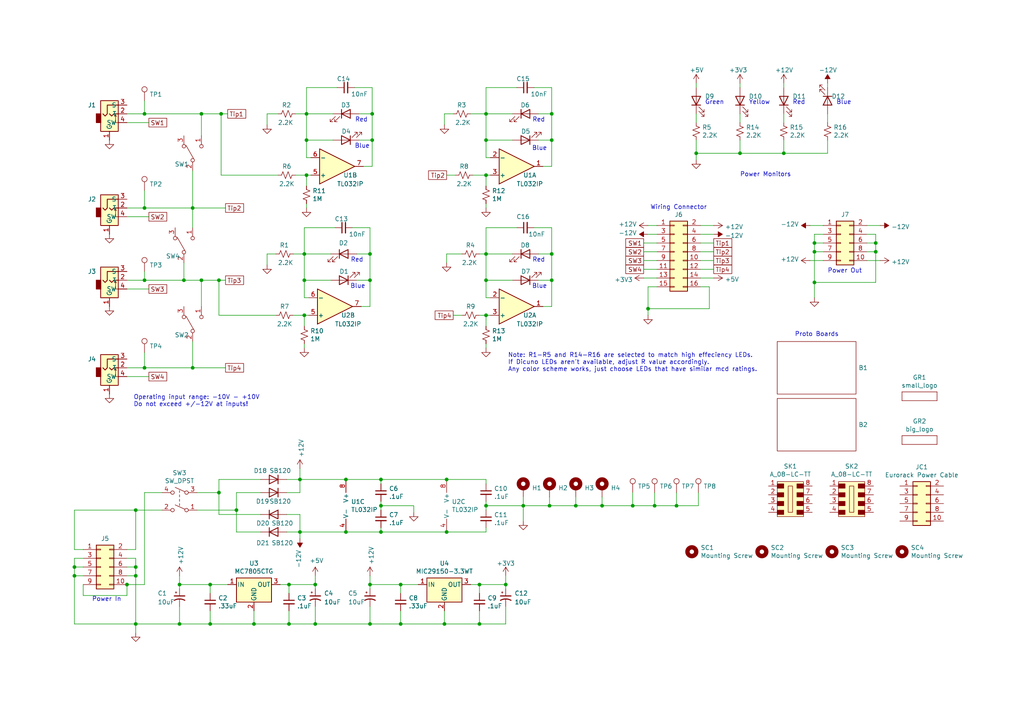
<source format=kicad_sch>
(kicad_sch (version 20211123) (generator eeschema)
  (paper "A4")
  (title_block (title "PBJ EU") (rev "5.2") (company "Greenface Labs"))
  (junction (at 63.5 81.28))
  (junction (at 110.49 139.065))
  (junction (at 88.265 73.66))
  (junction (at 58.42 81.28))
  (junction (at 254 73.025))
  (junction (at 227.33 44.45))
  (junction (at 21.59 167.005))
  (junction (at 36.83 169.545))
  (junction (at 236.22 81.915))
  (junction (at 83.82 180.975))
  (junction (at 140.97 50.8))
  (junction (at 236.22 70.485))
  (junction (at 140.97 33.02))
  (junction (at 41.91 60.325))
  (junction (at 140.97 81.28))
  (junction (at 116.205 169.545))
  (junction (at 100.33 154.305))
  (junction (at 236.22 73.025))
  (junction (at 107.315 169.545))
  (junction (at 189.865 146.685))
  (junction (at 160.02 33.02))
  (junction (at 100.33 139.065))
  (junction (at 60.96 169.545))
  (junction (at 39.37 180.975))
  (junction (at 128.905 180.975))
  (junction (at 140.97 91.44))
  (junction (at 39.37 147.955))
  (junction (at 91.44 180.975))
  (junction (at 91.44 169.545))
  (junction (at 151.765 146.685))
  (junction (at 88.9 50.8))
  (junction (at 110.49 146.685))
  (junction (at 159.385 146.685))
  (junction (at 55.88 60.325))
  (junction (at 140.97 146.685))
  (junction (at 86.995 139.065))
  (junction (at 201.93 44.45))
  (junction (at 52.07 180.975))
  (junction (at 52.07 169.545))
  (junction (at 107.95 40.64))
  (junction (at 160.02 81.28))
  (junction (at 41.91 106.68))
  (junction (at 88.265 81.28))
  (junction (at 86.995 154.305))
  (junction (at 73.66 180.975))
  (junction (at 146.685 169.545))
  (junction (at 88.9 33.02))
  (junction (at 160.02 73.66))
  (junction (at 196.215 146.685))
  (junction (at 116.205 180.975))
  (junction (at 107.95 33.02))
  (junction (at 88.9 40.64))
  (junction (at 129.54 154.305))
  (junction (at 140.97 73.66))
  (junction (at 107.315 180.975))
  (junction (at 58.42 33.02))
  (junction (at 60.96 180.975))
  (junction (at 139.065 180.975))
  (junction (at 41.91 33.02))
  (junction (at 174.625 146.685))
  (junction (at 55.88 106.68))
  (junction (at 139.065 169.545))
  (junction (at 187.96 89.535))
  (junction (at 167.005 146.685))
  (junction (at 160.02 40.64))
  (junction (at 129.54 139.065))
  (junction (at 107.315 81.28))
  (junction (at 63.5 142.875))
  (junction (at 64.135 33.02))
  (junction (at 214.63 44.45))
  (junction (at 254 70.485))
  (junction (at 53.34 81.28))
  (junction (at 39.37 167.005))
  (junction (at 39.37 164.465))
  (junction (at 110.49 154.305))
  (junction (at 140.97 40.64))
  (junction (at 68.58 147.955))
  (junction (at 41.91 81.28))
  (junction (at 107.315 73.66))
  (junction (at 183.515 146.685))
  (junction (at 83.82 169.545))
  (junction (at 21.59 164.465))
  (junction (at 88.265 91.44))
  (wire (pts (xy 139.065 172.085) (xy 139.065 169.545)))
  (wire (pts (xy 236.22 67.945) (xy 236.22 70.485)))
  (wire (pts (xy 80.645 33.02) (xy 77.47 33.02)))
  (wire (pts (xy 60.96 169.545) (xy 66.04 169.545)))
  (wire (pts (xy 151.765 144.145) (xy 151.765 146.685)))
  (wire (pts (xy 128.905 180.975) (xy 139.065 180.975)))
  (wire (pts (xy 58.42 81.28) (xy 58.42 88.9)))
  (wire (pts (xy 73.66 180.975) (xy 73.66 177.165)))
  (wire (pts (xy 202.565 142.875) (xy 202.565 146.685)))
  (wire (pts (xy 107.315 73.66) (xy 107.315 81.28)))
  (wire (pts (xy 148.59 73.66) (xy 140.97 73.66)))
  (wire (pts (xy 201.93 25.4) (xy 201.93 24.13)))
  (wire (pts (xy 100.33 154.305) (xy 110.49 154.305)))
  (wire (pts (xy 90.17 45.72) (xy 88.9 45.72)))
  (wire (pts (xy 57.15 142.875) (xy 63.5 142.875)))
  (wire (pts (xy 236.22 70.485) (xy 236.22 73.025)))
  (wire (pts (xy 159.385 146.685) (xy 167.005 146.685)))
  (wire (pts (xy 85.725 33.02) (xy 88.9 33.02)))
  (wire (pts (xy 254 70.485) (xy 254 73.025)))
  (wire (pts (xy 21.59 164.465) (xy 21.59 167.005)))
  (wire (pts (xy 88.9 33.02) (xy 88.9 40.64)))
  (wire (pts (xy 64.135 33.02) (xy 64.135 50.8)))
  (wire (pts (xy 58.42 33.02) (xy 58.42 39.37)))
  (wire (pts (xy 160.02 73.66) (xy 160.02 81.28)))
  (wire (pts (xy 24.13 161.925) (xy 21.59 161.925)))
  (wire (pts (xy 140.97 91.44) (xy 140.97 94.615)))
  (wire (pts (xy 103.505 81.28) (xy 107.315 81.28)))
  (wire (pts (xy 129.54 154.305) (xy 140.97 154.305)))
  (wire (pts (xy 88.265 73.66) (xy 88.265 81.28)))
  (wire (pts (xy 80.01 91.44) (xy 63.5 91.44)))
  (wire (pts (xy 86.995 149.225) (xy 86.995 154.305)))
  (wire (pts (xy 110.49 146.685) (xy 110.49 147.955)))
  (wire (pts (xy 140.97 25.4) (xy 140.97 33.02)))
  (wire (pts (xy 146.685 167.005) (xy 146.685 169.545)))
  (wire (pts (xy 201.93 46.355) (xy 201.93 44.45)))
  (wire (pts (xy 64.135 50.8) (xy 80.645 50.8)))
  (wire (pts (xy 142.24 86.36) (xy 140.97 86.36)))
  (wire (pts (xy 41.91 60.325) (xy 55.88 60.325)))
  (wire (pts (xy 189.865 142.875) (xy 189.865 146.685)))
  (wire (pts (xy 146.685 169.545) (xy 146.685 170.815)))
  (wire (pts (xy 53.34 76.2) (xy 53.34 81.28)))
  (wire (pts (xy 60.96 177.165) (xy 60.96 180.975)))
  (wire (pts (xy 140.97 147.955) (xy 140.97 146.685)))
  (wire (pts (xy 227.33 24.13) (xy 227.33 25.4)))
  (wire (pts (xy 107.315 66.04) (xy 107.315 73.66)))
  (wire (pts (xy 140.97 50.8) (xy 142.24 50.8)))
  (wire (pts (xy 156.21 73.66) (xy 160.02 73.66)))
  (wire (pts (xy 207.01 75.565) (xy 203.2 75.565)))
  (wire (pts (xy 129.54 139.065) (xy 140.97 139.065)))
  (wire (pts (xy 91.44 169.545) (xy 91.44 170.815)))
  (wire (pts (xy 190.5 73.025) (xy 186.69 73.025)))
  (wire (pts (xy 140.97 50.8) (xy 140.97 53.975)))
  (wire (pts (xy 156.21 81.28) (xy 160.02 81.28)))
  (wire (pts (xy 190.5 70.485) (xy 186.69 70.485)))
  (wire (pts (xy 251.46 70.485) (xy 254 70.485)))
  (wire (pts (xy 36.83 62.865) (xy 43.18 62.865)))
  (wire (pts (xy 58.42 81.28) (xy 63.5 81.28)))
  (wire (pts (xy 88.9 60.325) (xy 88.9 59.055)))
  (wire (pts (xy 190.5 75.565) (xy 186.69 75.565)))
  (wire (pts (xy 73.66 180.975) (xy 83.82 180.975)))
  (wire (pts (xy 190.5 83.185) (xy 187.96 83.185)))
  (wire (pts (xy 88.9 40.64) (xy 96.52 40.64)))
  (wire (pts (xy 205.74 83.185) (xy 203.2 83.185)))
  (wire (pts (xy 140.97 100.965) (xy 140.97 99.695)))
  (wire (pts (xy 88.9 50.8) (xy 88.9 53.975)))
  (wire (pts (xy 238.76 73.025) (xy 236.22 73.025)))
  (wire (pts (xy 186.69 80.645) (xy 190.5 80.645)))
  (wire (pts (xy 154.94 25.4) (xy 160.02 25.4)))
  (wire (pts (xy 57.15 147.955) (xy 68.58 147.955)))
  (wire (pts (xy 174.625 146.685) (xy 174.625 144.145)))
  (wire (pts (xy 240.03 35.56) (xy 240.03 33.02)))
  (wire (pts (xy 214.63 44.45) (xy 214.63 40.64)))
  (wire (pts (xy 183.515 142.875) (xy 183.515 146.685)))
  (wire (pts (xy 88.265 86.36) (xy 88.265 81.28)))
  (wire (pts (xy 107.315 169.545) (xy 116.205 169.545)))
  (wire (pts (xy 187.96 89.535) (xy 205.74 89.535)))
  (wire (pts (xy 214.63 25.4) (xy 214.63 24.13)))
  (wire (pts (xy 207.01 78.105) (xy 203.2 78.105)))
  (wire (pts (xy 88.9 45.72) (xy 88.9 40.64)))
  (wire (pts (xy 240.03 24.13) (xy 240.03 25.4)))
  (wire (pts (xy 139.065 169.545) (xy 146.685 169.545)))
  (wire (pts (xy 207.01 65.405) (xy 203.2 65.405)))
  (wire (pts (xy 102.87 25.4) (xy 107.95 25.4)))
  (wire (pts (xy 36.83 169.545) (xy 41.91 169.545)))
  (wire (pts (xy 238.76 65.405) (xy 234.95 65.405)))
  (wire (pts (xy 63.5 139.065) (xy 75.565 139.065)))
  (wire (pts (xy 89.535 86.36) (xy 88.265 86.36)))
  (wire (pts (xy 83.185 142.875) (xy 86.995 142.875)))
  (wire (pts (xy 55.88 106.68) (xy 65.405 106.68)))
  (wire (pts (xy 156.21 33.02) (xy 160.02 33.02)))
  (wire (pts (xy 77.47 73.66) (xy 80.01 73.66)))
  (wire (pts (xy 21.59 147.955) (xy 39.37 147.955)))
  (wire (pts (xy 110.49 153.035) (xy 110.49 154.305)))
  (wire (pts (xy 151.765 146.685) (xy 151.765 151.13)))
  (wire (pts (xy 36.83 106.68) (xy 41.91 106.68)))
  (wire (pts (xy 205.74 89.535) (xy 205.74 83.185)))
  (wire (pts (xy 88.265 81.28) (xy 95.885 81.28)))
  (wire (pts (xy 52.07 167.005) (xy 52.07 169.545)))
  (wire (pts (xy 86.995 139.065) (xy 100.33 139.065)))
  (wire (pts (xy 60.96 180.975) (xy 73.66 180.975)))
  (wire (pts (xy 227.33 35.56) (xy 227.33 33.02)))
  (wire (pts (xy 52.07 169.545) (xy 60.96 169.545)))
  (wire (pts (xy 88.265 91.44) (xy 89.535 91.44)))
  (wire (pts (xy 77.47 33.02) (xy 77.47 36.195)))
  (wire (pts (xy 131.445 91.44) (xy 133.985 91.44)))
  (wire (pts (xy 85.09 91.44) (xy 88.265 91.44)))
  (wire (pts (xy 41.91 81.28) (xy 53.34 81.28)))
  (wire (pts (xy 196.215 146.685) (xy 202.565 146.685)))
  (wire (pts (xy 68.58 142.875) (xy 68.58 147.955)))
  (wire (pts (xy 86.995 156.21) (xy 86.995 154.305)))
  (wire (pts (xy 103.505 73.66) (xy 107.315 73.66)))
  (wire (pts (xy 86.995 154.305) (xy 100.33 154.305)))
  (wire (pts (xy 140.97 140.335) (xy 140.97 139.065)))
  (wire (pts (xy 238.76 70.485) (xy 236.22 70.485)))
  (wire (pts (xy 129.54 50.8) (xy 132.08 50.8)))
  (wire (pts (xy 41.91 106.68) (xy 55.88 106.68)))
  (wire (pts (xy 139.065 177.165) (xy 139.065 180.975)))
  (wire (pts (xy 187.96 89.535) (xy 187.96 91.44)))
  (wire (pts (xy 36.83 167.005) (xy 39.37 167.005)))
  (wire (pts (xy 68.58 154.305) (xy 75.565 154.305)))
  (wire (pts (xy 52.07 180.975) (xy 60.96 180.975)))
  (wire (pts (xy 140.97 91.44) (xy 142.24 91.44)))
  (wire (pts (xy 39.37 159.385) (xy 39.37 147.955)))
  (wire (pts (xy 102.235 66.04) (xy 107.315 66.04)))
  (wire (pts (xy 107.315 180.975) (xy 116.205 180.975)))
  (wire (pts (xy 128.905 33.02) (xy 131.445 33.02)))
  (wire (pts (xy 55.88 99.06) (xy 55.88 106.68)))
  (wire (pts (xy 63.5 149.225) (xy 75.565 149.225)))
  (wire (pts (xy 160.02 81.28) (xy 160.02 88.9)))
  (wire (pts (xy 39.37 167.005) (xy 39.37 180.975)))
  (wire (pts (xy 139.065 180.975) (xy 146.685 180.975)))
  (wire (pts (xy 160.02 48.26) (xy 157.48 48.26)))
  (wire (pts (xy 24.13 164.465) (xy 21.59 164.465)))
  (wire (pts (xy 55.88 60.325) (xy 65.405 60.325)))
  (wire (pts (xy 75.565 142.875) (xy 68.58 142.875)))
  (wire (pts (xy 55.88 60.325) (xy 55.88 66.04)))
  (wire (pts (xy 136.525 33.02) (xy 140.97 33.02)))
  (wire (pts (xy 190.5 65.405) (xy 187.96 65.405)))
  (wire (pts (xy 97.79 25.4) (xy 88.9 25.4)))
  (wire (pts (xy 146.685 180.975) (xy 146.685 175.895)))
  (wire (pts (xy 116.205 177.165) (xy 116.205 180.975)))
  (wire (pts (xy 160.02 25.4) (xy 160.02 33.02)))
  (wire (pts (xy 41.91 78.74) (xy 41.91 81.28)))
  (wire (pts (xy 160.02 33.02) (xy 160.02 40.64)))
  (wire (pts (xy 63.5 81.28) (xy 63.5 91.44)))
  (wire (pts (xy 68.58 154.305) (xy 68.58 147.955)))
  (wire (pts (xy 136.525 169.545) (xy 139.065 169.545)))
  (wire (pts (xy 39.37 147.955) (xy 46.99 147.955)))
  (wire (pts (xy 149.86 25.4) (xy 140.97 25.4)))
  (wire (pts (xy 41.91 169.545) (xy 41.91 142.875)))
  (wire (pts (xy 140.97 153.035) (xy 140.97 154.305)))
  (wire (pts (xy 100.33 139.065) (xy 110.49 139.065)))
  (wire (pts (xy 107.95 33.02) (xy 107.95 40.64)))
  (wire (pts (xy 142.24 45.72) (xy 140.97 45.72)))
  (wire (pts (xy 63.5 81.28) (xy 65.405 81.28)))
  (wire (pts (xy 36.83 35.56) (xy 43.18 35.56)))
  (wire (pts (xy 156.21 40.64) (xy 160.02 40.64)))
  (wire (pts (xy 21.59 159.385) (xy 21.59 147.955)))
  (wire (pts (xy 88.265 91.44) (xy 88.265 94.615)))
  (wire (pts (xy 137.16 50.8) (xy 140.97 50.8)))
  (wire (pts (xy 128.905 33.02) (xy 128.905 36.195)))
  (wire (pts (xy 36.83 60.325) (xy 41.91 60.325)))
  (wire (pts (xy 21.59 159.385) (xy 24.13 159.385)))
  (wire (pts (xy 83.82 180.975) (xy 91.44 180.975)))
  (wire (pts (xy 39.37 183.515) (xy 39.37 180.975)))
  (wire (pts (xy 88.265 100.965) (xy 88.265 99.695)))
  (wire (pts (xy 167.005 144.145) (xy 167.005 146.685)))
  (wire (pts (xy 53.34 81.28) (xy 58.42 81.28)))
  (wire (pts (xy 129.54 73.66) (xy 133.985 73.66)))
  (wire (pts (xy 36.83 164.465) (xy 39.37 164.465)))
  (wire (pts (xy 238.76 75.565) (xy 234.95 75.565)))
  (wire (pts (xy 140.97 33.02) (xy 148.59 33.02)))
  (wire (pts (xy 107.95 25.4) (xy 107.95 33.02)))
  (wire (pts (xy 88.9 50.8) (xy 90.17 50.8)))
  (wire (pts (xy 55.88 49.53) (xy 55.88 60.325)))
  (wire (pts (xy 83.185 139.065) (xy 86.995 139.065)))
  (wire (pts (xy 83.82 172.085) (xy 83.82 169.545)))
  (wire (pts (xy 140.97 66.04) (xy 140.97 73.66)))
  (wire (pts (xy 86.995 135.89) (xy 86.995 139.065)))
  (wire (pts (xy 83.185 149.225) (xy 86.995 149.225)))
  (wire (pts (xy 58.42 33.02) (xy 64.135 33.02)))
  (wire (pts (xy 201.93 35.56) (xy 201.93 33.02)))
  (wire (pts (xy 255.27 65.405) (xy 251.46 65.405)))
  (wire (pts (xy 187.96 67.945) (xy 190.5 67.945)))
  (wire (pts (xy 139.065 91.44) (xy 140.97 91.44)))
  (wire (pts (xy 95.885 73.66) (xy 88.265 73.66)))
  (wire (pts (xy 140.97 146.685) (xy 140.97 145.415)))
  (wire (pts (xy 52.07 170.815) (xy 52.07 169.545)))
  (wire (pts (xy 140.97 45.72) (xy 140.97 40.64)))
  (wire (pts (xy 36.83 83.82) (xy 43.18 83.82)))
  (wire (pts (xy 85.09 73.66) (xy 88.265 73.66)))
  (wire (pts (xy 187.96 83.185) (xy 187.96 89.535)))
  (wire (pts (xy 41.91 55.245) (xy 41.91 60.325)))
  (wire (pts (xy 110.49 154.305) (xy 129.54 154.305)))
  (wire (pts (xy 39.37 180.975) (xy 52.07 180.975)))
  (wire (pts (xy 91.44 180.975) (xy 91.44 175.895)))
  (wire (pts (xy 110.49 145.415) (xy 110.49 146.685)))
  (wire (pts (xy 201.93 44.45) (xy 214.63 44.45)))
  (wire (pts (xy 140.97 33.02) (xy 140.97 40.64)))
  (wire (pts (xy 96.52 33.02) (xy 88.9 33.02)))
  (wire (pts (xy 140.97 146.685) (xy 151.765 146.685)))
  (wire (pts (xy 36.83 33.02) (xy 41.91 33.02)))
  (wire (pts (xy 116.205 169.545) (xy 121.285 169.545)))
  (wire (pts (xy 140.97 60.325) (xy 140.97 59.055)))
  (wire (pts (xy 36.83 172.72) (xy 36.83 169.545)))
  (wire (pts (xy 36.83 159.385) (xy 39.37 159.385)))
  (wire (pts (xy 139.065 73.66) (xy 140.97 73.66)))
  (wire (pts (xy 39.37 161.925) (xy 39.37 164.465)))
  (wire (pts (xy 129.54 73.66) (xy 129.54 76.2)))
  (wire (pts (xy 160.02 66.04) (xy 160.02 73.66)))
  (wire (pts (xy 21.59 167.005) (xy 21.59 180.975)))
  (wire (pts (xy 39.37 164.465) (xy 39.37 167.005)))
  (wire (pts (xy 120.015 148.59) (xy 120.015 146.685)))
  (wire (pts (xy 36.83 161.925) (xy 39.37 161.925)))
  (wire (pts (xy 128.905 180.975) (xy 128.905 177.165)))
  (wire (pts (xy 159.385 144.145) (xy 159.385 146.685)))
  (wire (pts (xy 63.5 149.225) (xy 63.5 142.875)))
  (wire (pts (xy 203.2 80.645) (xy 207.01 80.645)))
  (wire (pts (xy 254 73.025) (xy 254 81.915)))
  (wire (pts (xy 60.96 172.085) (xy 60.96 169.545)))
  (wire (pts (xy 77.47 73.66) (xy 77.47 76.835)))
  (wire (pts (xy 63.5 142.875) (xy 63.5 139.065)))
  (wire (pts (xy 183.515 146.685) (xy 189.865 146.685)))
  (wire (pts (xy 24.13 169.545) (xy 24.13 172.72)))
  (wire (pts (xy 107.95 48.26) (xy 105.41 48.26)))
  (wire (pts (xy 190.5 78.105) (xy 186.69 78.105)))
  (wire (pts (xy 238.76 67.945) (xy 236.22 67.945)))
  (wire (pts (xy 201.93 44.45) (xy 201.93 40.64)))
  (wire (pts (xy 110.49 146.685) (xy 120.015 146.685)))
  (wire (pts (xy 110.49 139.065) (xy 129.54 139.065)))
  (wire (pts (xy 107.315 88.9) (xy 104.775 88.9)))
  (wire (pts (xy 240.03 44.45) (xy 240.03 40.64)))
  (wire (pts (xy 21.59 180.975) (xy 39.37 180.975)))
  (wire (pts (xy 116.205 180.975) (xy 128.905 180.975)))
  (wire (pts (xy 41.91 102.235) (xy 41.91 106.68)))
  (wire (pts (xy 107.315 81.28) (xy 107.315 88.9)))
  (wire (pts (xy 251.46 67.945) (xy 254 67.945)))
  (wire (pts (xy 149.86 66.04) (xy 140.97 66.04)))
  (wire (pts (xy 254 67.945) (xy 254 70.485)))
  (wire (pts (xy 160.02 40.64) (xy 160.02 48.26)))
  (wire (pts (xy 41.91 33.02) (xy 58.42 33.02)))
  (wire (pts (xy 41.91 142.875) (xy 46.99 142.875)))
  (wire (pts (xy 36.83 109.22) (xy 43.18 109.22)))
  (wire (pts (xy 207.01 73.025) (xy 203.2 73.025)))
  (wire (pts (xy 151.765 146.685) (xy 159.385 146.685)))
  (wire (pts (xy 41.91 29.21) (xy 41.91 33.02)))
  (wire (pts (xy 83.185 154.305) (xy 86.995 154.305)))
  (wire (pts (xy 251.46 75.565) (xy 255.27 75.565)))
  (wire (pts (xy 154.94 66.04) (xy 160.02 66.04)))
  (wire (pts (xy 36.83 81.28) (xy 41.91 81.28)))
  (wire (pts (xy 88.9 25.4) (xy 88.9 33.02)))
  (wire (pts (xy 83.82 177.165) (xy 83.82 180.975)))
  (wire (pts (xy 203.2 67.945) (xy 207.01 67.945)))
  (wire (pts (xy 81.28 169.545) (xy 83.82 169.545)))
  (wire (pts (xy 21.59 161.925) (xy 21.59 164.465)))
  (wire (pts (xy 52.07 175.895) (xy 52.07 180.975)))
  (wire (pts (xy 236.22 81.915) (xy 236.22 86.36)))
  (wire (pts (xy 160.02 88.9) (xy 157.48 88.9)))
  (wire (pts (xy 24.13 172.72) (xy 36.83 172.72)))
  (wire (pts (xy 91.44 167.005) (xy 91.44 169.545)))
  (wire (pts (xy 104.14 33.02) (xy 107.95 33.02)))
  (wire (pts (xy 227.33 44.45) (xy 227.33 40.64)))
  (wire (pts (xy 167.005 146.685) (xy 174.625 146.685)))
  (wire (pts (xy 189.865 146.685) (xy 196.215 146.685)))
  (wire (pts (xy 227.33 44.45) (xy 240.03 44.45)))
  (wire (pts (xy 110.49 140.335) (xy 110.49 139.065)))
  (wire (pts (xy 64.135 33.02) (xy 66.04 33.02)))
  (wire (pts (xy 251.46 73.025) (xy 254 73.025)))
  (wire (pts (xy 140.97 40.64) (xy 148.59 40.64)))
  (wire (pts (xy 104.14 40.64) (xy 107.95 40.64)))
  (wire (pts (xy 88.265 66.04) (xy 88.265 73.66)))
  (wire (pts (xy 254 81.915) (xy 236.22 81.915)))
  (wire (pts (xy 140.97 86.36) (xy 140.97 81.28)))
  (wire (pts (xy 86.995 142.875) (xy 86.995 139.065)))
  (wire (pts (xy 140.97 81.28) (xy 148.59 81.28)))
  (wire (pts (xy 91.44 180.975) (xy 107.315 180.975)))
  (wire (pts (xy 107.315 167.005) (xy 107.315 169.545)))
  (wire (pts (xy 107.315 170.815) (xy 107.315 169.545)))
  (wire (pts (xy 107.95 40.64) (xy 107.95 48.26)))
  (wire (pts (xy 116.205 172.085) (xy 116.205 169.545)))
  (wire (pts (xy 140.97 73.66) (xy 140.97 81.28)))
  (wire (pts (xy 214.63 35.56) (xy 214.63 33.02)))
  (wire (pts (xy 207.01 70.485) (xy 203.2 70.485)))
  (wire (pts (xy 24.13 167.005) (xy 21.59 167.005)))
  (wire (pts (xy 83.82 169.545) (xy 91.44 169.545)))
  (wire (pts (xy 214.63 44.45) (xy 227.33 44.45)))
  (wire (pts (xy 107.315 175.895) (xy 107.315 180.975)))
  (wire (pts (xy 196.215 142.875) (xy 196.215 146.685)))
  (wire (pts (xy 85.725 50.8) (xy 88.9 50.8)))
  (wire (pts (xy 236.22 73.025) (xy 236.22 81.915)))
  (wire (pts (xy 174.625 146.685) (xy 183.515 146.685)))
  (wire (pts (xy 97.155 66.04) (xy 88.265 66.04)))
  (text "Power In" (at 26.67 174.625 0) (effects (font (size 1.27 1.27)) (justify left bottom)))
  (text "Blue" (at 102.87 43.18 0) (effects (font (size 1.27 1.27)) (justify left bottom)))
  (text "Blue" (at 154.305 83.82 0) (effects (font (size 1.27 1.27)) (justify left bottom)))
  (text "Proto Boards" (at 230.505 97.79 0) (effects (font (size 1.27 1.27)) (justify left bottom)))
  (text "Red" (at 229.87 30.48 0) (effects (font (size 1.27 1.27)) (justify left bottom)))
  (text "Blue" (at 101.6 83.82 0) (effects (font (size 1.27 1.27)) (justify left bottom)))
  (text "Wiring Connector" (at 188.595 60.96 0) (effects (font (size 1.27 1.27)) (justify left bottom)))
  (text "Yellow" (at 217.17 30.48 0) (effects (font (size 1.27 1.27)) (justify left bottom)))
  (text "Power Monitors" (at 214.63 51.435 0) (effects (font (size 1.27 1.27)) (justify left bottom)))
  (text "Red" (at 158.115 76.2 180) (effects (font (size 1.27 1.27)) (justify right bottom)))
  (text "Operating input range: -10V - +10V\nDo not exceed +/-12V at inputs!" (at 38.735 118.11 0) (effects (font (size 1.27 1.27)) (justify left bottom)))
  (text "Red" (at 106.68 35.56 180) (effects (font (size 1.27 1.27)) (justify right bottom)))
  (text "Blue" (at 154.305 43.815 0) (effects (font (size 1.27 1.27)) (justify left bottom)))
  (text "Red" (at 158.115 35.56 180) (effects (font (size 1.27 1.27)) (justify right bottom)))
  (text "Blue" (at 242.57 30.48 0) (effects (font (size 1.27 1.27)) (justify left bottom)))
  (text "Note: R1-R5 and R14-R16 are selected to match high effeciency LEDs. \nIf Dicuno LEDs aren't available, adjust R value accordingly.\nAny color scheme works, just choose LEDs that have similar mcd ratings. " (at 147.32 107.95 0) (effects (font (size 1.27 1.27)) (justify left bottom)))
  (text "Red" (at 105.41 76.2 180) (effects (font (size 1.27 1.27)) (justify right bottom)))
  (text "Power Out" (at 240.03 79.375 0) (effects (font (size 1.27 1.27)) (justify left bottom)))
  (text "Green" (at 204.47 30.48 0) (effects (font (size 1.27 1.27)) (justify left bottom)))
  (global_label "Tip2" (shape passive) (at 207.01 73.025 0) (property "Intersheet References" "${INTERSHEET_REFS}" (effects hide)))
  (global_label "Tip2" (shape passive) (at 129.54 50.8 180) (property "Intersheet References" "${INTERSHEET_REFS}" (effects hide)))
  (global_label "Tip4" (shape passive) (at 207.01 78.105 0) (property "Intersheet References" "${INTERSHEET_REFS}" (effects hide)))
  (global_label "Tip2" (shape passive) (at 65.405 60.325 0) (property "Intersheet References" "${INTERSHEET_REFS}" (effects hide)))
  (global_label "SW4" (shape passive) (at 43.18 109.22 0) (property "Intersheet References" "${INTERSHEET_REFS}" (effects hide)))
  (global_label "Tip1" (shape passive) (at 66.04 33.02 0) (property "Intersheet References" "${INTERSHEET_REFS}" (effects hide)))
  (global_label "SW1" (shape passive) (at 43.18 35.56 0) (property "Intersheet References" "${INTERSHEET_REFS}" (effects hide)))
  (global_label "Tip1" (shape passive) (at 207.01 70.485 0) (property "Intersheet References" "${INTERSHEET_REFS}" (effects hide)))
  (global_label "SW2" (shape passive) (at 43.18 62.865 0) (property "Intersheet References" "${INTERSHEET_REFS}" (effects hide)))
  (global_label "Tip4" (shape passive) (at 131.445 91.44 180) (property "Intersheet References" "${INTERSHEET_REFS}" (effects hide)))
  (global_label "SW3" (shape passive) (at 186.69 75.565 180) (property "Intersheet References" "${INTERSHEET_REFS}" (effects hide)))
  (global_label "SW3" (shape passive) (at 43.18 83.82 0) (property "Intersheet References" "${INTERSHEET_REFS}" (effects hide)))
  (global_label "SW2" (shape passive) (at 186.69 73.025 180) (property "Intersheet References" "${INTERSHEET_REFS}" (effects hide)))
  (global_label "Tip3" (shape passive) (at 207.01 75.565 0) (property "Intersheet References" "${INTERSHEET_REFS}" (effects hide)))
  (global_label "SW1" (shape passive) (at 186.69 70.485 180) (property "Intersheet References" "${INTERSHEET_REFS}" (effects hide)))
  (global_label "SW4" (shape passive) (at 186.69 78.105 180) (property "Intersheet References" "${INTERSHEET_REFS}" (effects hide)))
  (global_label "Tip3" (shape passive) (at 65.405 81.28 0) (property "Intersheet References" "${INTERSHEET_REFS}" (effects hide)))
  (global_label "Tip4" (shape passive) (at 65.405 106.68 0) (property "Intersheet References" "${INTERSHEET_REFS}" (effects hide)))
  (symbol (lib_id "greenface-symbols:Molex_47257") (at 31.75 33.02 0) (unit 1)
    (property "Reference" "J1" (at 26.67 30.48 0))
    (property "Value" "Molex_47257" (effects hide))
    (property "Footprint" "sputterizer:Molex-0472570001" (effects hide))
    (property "Digi-Key Part" "WM17366-ND" (effects hide))
  )
  (symbol (lib_id "greenface-symbols:Molex_47257") (at 31.75 60.325 0) (unit 1)
    (property "Reference" "J2" (at 26.67 57.785 0))
    (property "Value" "Molex_47257" (effects hide))
    (property "Footprint" "sputterizer:Molex-0472570001" (effects hide))
    (property "Digi-Key Part" "WM17366-ND" (effects hide))
  )
  (symbol (lib_id "greenface-symbols:Molex_47257") (at 31.75 81.28 0) (unit 1)
    (property "Reference" "J3" (at 26.67 78.74 0))
    (property "Value" "Molex_47257" (effects hide))
    (property "Footprint" "sputterizer:Molex-0472570001" (effects hide))
    (property "Digi-Key Part" "WM17366-ND" (effects hide))
  )
  (symbol (lib_id "greenface-symbols:Molex_47257") (at 31.75 106.68 0) (unit 1)
    (property "Reference" "J4" (at 26.67 104.14 0))
    (property "Value" "Molex_47257" (effects hide))
    (property "Footprint" "sputterizer:Molex-0472570001" (effects hide))
    (property "Digi-Key Part" "WM17366-ND" (effects hide))
  )
  (symbol (lib_id "Connector:TestPoint") (at 41.91 29.21 0) (unit 1)
    (property "Reference" "TP1" (at 43.3832 27.3812 0) (effects (justify left)))
    (property "Value" "TestPoint" (effects hide))
    (property "Footprint" "TestPoint:TestPoint_Keystone_5005-5009_Compact" (effects hide))
    (property "Digi-Key Part" "36-5006-ND" (effects hide))
    (property "LCSC Part #" "C238123" (effects hide))
  )
  (symbol (lib_id "Connector:TestPoint") (at 41.91 55.245 0) (unit 1)
    (property "Reference" "TP2" (at 43.3832 53.4162 0) (effects (justify left)))
    (property "Value" "TestPoint" (effects hide))
    (property "Footprint" "TestPoint:TestPoint_Keystone_5005-5009_Compact" (effects hide))
    (property "Digi-Key Part" "36-5006-ND" (effects hide))
    (property "LCSC Part #" "C238123" (effects hide))
  )
  (symbol (lib_id "Connector:TestPoint") (at 41.91 78.74 0) (unit 1)
    (property "Reference" "TP3" (at 43.3832 76.9112 0) (effects (justify left)))
    (property "Value" "TestPoint" (effects hide))
    (property "Footprint" "TestPoint:TestPoint_Keystone_5005-5009_Compact" (effects hide))
    (property "Digi-Key Part" "36-5006-ND" (effects hide))
    (property "LCSC Part #" "C238123" (effects hide))
  )
  (symbol (lib_id "Connector:TestPoint") (at 41.91 102.235 0) (unit 1)
    (property "Reference" "TP4" (at 43.3832 100.4062 0) (effects (justify left)))
    (property "Value" "TestPoint" (effects hide))
    (property "Footprint" "TestPoint:TestPoint_Keystone_5005-5009_Compact" (effects hide))
    (property "Digi-Key Part" "36-5006-ND" (effects hide))
    (property "LCSC Part #" "C238123" (effects hide))
  )
  (symbol (lib_id "power:GND") (at 31.75 40.64 0) (unit 1)
    (property "Reference" "#PWR01" (effects hide))
    (property "Value" "GND" (effects hide))
  )
  (symbol (lib_id "power:GND") (at 31.75 67.945 0) (unit 1)
    (property "Reference" "#PWR02" (effects hide))
    (property "Value" "GND" (effects hide))
  )
  (symbol (lib_id "power:GND") (at 31.75 88.9 0) (unit 1)
    (property "Reference" "#PWR03" (effects hide))
    (property "Value" "GND" (effects hide))
  )
  (symbol (lib_id "power:GND") (at 31.75 114.3 0) (unit 1)
    (property "Reference" "#PWR04" (effects hide))
    (property "Value" "GND" (effects hide))
  )
  (symbol (lib_id "greenface-symbols:Conn_02x08_Odd_Even_Female") (at 195.58 73.025 0) (unit 1)
    (property "Reference" "J6" (at 196.85 62.23 0))
    (property "Value" "Conn_02x08_Odd_Even_Female" (effects hide))
    (property "Footprint" "Connector_PinHeader_2.54mm:PinHeader_2x08_P2.54mm_Vertical" (effects hide))
    (property "Digi-Key Part" "S7111-ND" (effects hide))
  )
  (symbol (lib_id "power:+5V") (at 201.93 24.13 0) (unit 1)
    (property "Reference" "#PWR018" (effects hide))
    (property "Value" "+5V" (at 200.025 20.32 0) (effects (justify left)))
  )
  (symbol (lib_id "power:+12V") (at 187.96 65.405 90) (unit 1)
    (property "Reference" "#PWR022" (effects hide))
    (property "Value" "+12V" (at 184.7088 65.024 90) (effects (justify left)))
  )
  (symbol (lib_id "power:-12V") (at 187.96 67.945 90) (unit 1)
    (property "Reference" "#PWR023" (effects hide))
    (property "Value" "-12V" (at 184.7088 67.564 90) (effects (justify left)))
  )
  (symbol (lib_id "Device:CP1_Small") (at 91.44 173.355 0) (unit 1)
    (property "Reference" "C4" (at 93.98 172.085 0) (effects (justify left)))
    (property "Value" "10uF" (at 93.98 174.625 0) (effects (justify left)))
    (property "Footprint" "Capacitor_THT:CP_Radial_Tantal_D5.0mm_P5.00mm" (effects hide))
    (property "Digi-Key Part" "478-7366-1-ND" (effects hide))
    (property "LCSC Part #" "C45669" (effects hide))
  )
  (symbol (lib_id "Device:CP1_Small") (at 52.07 173.355 0) (unit 1)
    (property "Reference" "C1" (at 45.72 172.085 0) (effects (justify left)))
    (property "Value" "10uF" (at 45.72 174.625 0) (effects (justify left)))
    (property "Footprint" "Capacitor_THT:CP_Radial_Tantal_D5.0mm_P5.00mm" (effects hide))
    (property "Digi-Key Part" "478-7366-1-ND" (effects hide))
    (property "LCSC Part #" "C45669" (effects hide))
  )
  (symbol (lib_id "power:GND") (at 39.37 183.515 0) (unit 1)
    (property "Reference" "#PWR05" (effects hide))
    (property "Value" "GND" (effects hide))
  )
  (symbol (lib_id "power:+12V") (at 52.07 167.005 0) (unit 1)
    (property "Reference" "#PWR06" (effects hide))
    (property "Value" "+12V" (at 52.451 163.7538 90) (effects (justify left)))
  )
  (symbol (lib_id "Regulator_Linear:L7805") (at 73.66 169.545 0) (unit 1)
    (property "Reference" "U3" (at 73.66 163.3982 0))
    (property "Value" "MC7805CTG" (at 73.66 165.7096 0))
    (property "Footprint" "Package_TO_SOT_THT:TO-220-3_Vertical" (effects hide))
    (property "Datasheet" "https://www.analog.com/media/en/technical-documentation/data-sheets/1117fd.pdf" (effects hide))
    (property "Digi-Key Part" "MC7805CTGOS-ND" (effects hide))
    (property "LCSC Part #" "C71462" (effects hide))
  )
  (symbol (lib_id "power:+5V") (at 91.44 167.005 0) (unit 1)
    (property "Reference" "#PWR011" (effects hide))
    (property "Value" "+5V" (at 91.821 162.6108 0))
  )
  (symbol (lib_id "power:+12V") (at 207.01 65.405 270) (unit 1)
    (property "Reference" "#PWR026" (effects hide))
    (property "Value" "+12V" (at 210.2612 65.786 90) (effects (justify left)))
  )
  (symbol (lib_id "power:-12V") (at 207.01 67.945 270) (unit 1)
    (property "Reference" "#PWR027" (effects hide))
    (property "Value" "-12V" (at 210.2612 68.326 90) (effects (justify left)))
  )
  (symbol (lib_id "power:+5V") (at 207.01 80.645 270) (unit 1)
    (property "Reference" "#PWR019" (effects hide))
    (property "Value" "+5V" (at 210.2612 81.026 90) (effects (justify left)))
  )
  (symbol (lib_id "Device:R_Small_US") (at 201.93 38.1 0) (unit 1)
    (property "Reference" "R5" (at 203.6572 36.9316 0) (effects (justify left)))
    (property "Value" "2.2K" (at 203.6572 39.243 0) (effects (justify left)))
    (property "Footprint" "Resistor_THT:R_Axial_DIN0207_L6.3mm_D2.5mm_P10.16mm_Horizontal" (effects hide))
    (property "Digi-Key Part" "CF14JT2K20CT-ND" (effects hide))
    (property "LCSC Part #" "C120063" (effects hide))
  )
  (symbol (lib_id "Device:LED") (at 201.93 29.21 90) (unit 1)
    (property "Reference" "D9" (at 204.47 27.94 90) (effects (justify right)))
    (property "Value" "GREEN LED" (effects hide))
    (property "Footprint" "LED_THT:LED_D3.0mm" (effects hide))
    (property "Other" "https://www.amazon.com/dp/B077J2WJRS/" (effects hide))
  )
  (symbol (lib_id "Amplifier_Operational:TL072") (at 102.87 146.685 0) (unit 3)
    (property "Reference" "U1" (at 101.8032 145.5166 0) (effects (justify left)))
    (property "Value" "TL032IP" (at 101.8032 147.828 0) (effects (justify left)))
    (property "Footprint" "Package_DIP:DIP-8_W7.62mm_Socket_LongPads" (effects hide))
    (property "Datasheet" "http://www.ti.com/lit/ds/symlink/tl071.pdf" (effects hide))
    (property "Digi-Key Part" "296-7151-5-ND" (effects hide))
  )
  (symbol (lib_id "Switch:SW_DPST") (at 52.07 145.415 0) (mirror y) (unit 1)
    (property "Reference" "SW3" (at 52.07 137.16 0))
    (property "Value" "SW_DPST" (at 52.07 139.4714 0))
    (property "Footprint" "sputterizer:S202031MS02Q" (effects hide))
    (property "Digi-Key Part" "CKN9891-ND" (effects hide))
  )
  (symbol (lib_id "Connector_Generic:Conn_02x05_Odd_Even") (at 29.21 164.465 0) (unit 1)
    (property "Reference" "J5" (at 30.48 156.21 0))
    (property "Value" "Conn_02x05_Odd_Even" (effects hide))
    (property "Footprint" "Connector_PinHeader_2.54mm:PinHeader_2x05_P2.54mm_Vertical" (effects hide))
    (property "Digi-Key Part" "S2011EC-05-ND" (effects hide))
    (property "LCSC Part #" "C492422" (effects hide))
  )
  (symbol (lib_id "Connector_Generic:Conn_02x05_Odd_Even") (at 243.84 70.485 0) (unit 1)
    (property "Reference" "J7" (at 245.11 62.23 0))
    (property "Value" "Conn_02x05_Odd_Even" (effects hide))
    (property "Footprint" "Connector_PinHeader_2.54mm:PinHeader_2x05_P2.54mm_Vertical" (effects hide))
    (property "Digi-Key Part" "S2011EC-05-ND" (effects hide))
  )
  (symbol (lib_id "power:+12V") (at 234.95 75.565 90) (unit 1)
    (property "Reference" "#PWR021" (effects hide))
    (property "Value" "+12V" (at 231.6988 75.184 90) (effects (justify left)))
  )
  (symbol (lib_id "power:+12V") (at 255.27 75.565 270) (unit 1)
    (property "Reference" "#PWR030" (effects hide))
    (property "Value" "+12V" (at 258.5212 75.946 90) (effects (justify left)))
  )
  (symbol (lib_id "power:-12V") (at 255.27 65.405 270) (unit 1)
    (property "Reference" "#PWR029" (effects hide))
    (property "Value" "-12V" (at 258.5212 65.786 90) (effects (justify left)))
  )
  (symbol (lib_id "power:-12V") (at 234.95 65.405 90) (unit 1)
    (property "Reference" "#PWR020" (effects hide))
    (property "Value" "-12V" (at 231.6988 65.024 90) (effects (justify left)))
  )
  (symbol (lib_id "greenface-symbols:small_logo") (at 266.7 114.935 0) (unit 1) (in_bom no)
    (property "Reference" "GR1" (at 266.7 109.474 0))
    (property "Value" "small_logo" (at 266.7 111.7854 0))
    (property "Footprint" "panel:small_face" (effects hide))
  )
  (symbol (lib_id "Amplifier_Operational:TL072") (at 97.79 48.26 0) (mirror x) (unit 2)
    (property "Reference" "U1" (at 101.6 50.8 0))
    (property "Value" "TL032IP" (at 101.6 53.34 0))
    (property "Footprint" "Package_DIP:DIP-8_W7.62mm_Socket_LongPads" (effects hide))
    (property "Datasheet" "http://www.ti.com/lit/ds/symlink/tl071.pdf" (effects hide))
    (property "Digi-Key Part" "296-7151-5-ND" (effects hide))
  )
  (symbol (lib_id "Device:LED") (at 100.33 40.64 180) (unit 1)
    (property "Reference" "D4" (at 99.06 38.1 0) (effects (justify right)))
    (property "Value" "BLUE LED" (effects hide))
    (property "Footprint" "LED_THT:LED_D3.0mm" (effects hide))
    (property "Other" "https://www.amazon.com/dp/B077J2WJRS/" (effects hide))
  )
  (symbol (lib_id "Device:R_Small_US") (at 83.185 33.02 90) (unit 1)
    (property "Reference" "R2" (at 84.455 30.48 90) (effects (justify left)))
    (property "Value" "2.2K" (at 85.09 35.56 90) (effects (justify left)))
    (property "Footprint" "Resistor_THT:R_Axial_DIN0207_L6.3mm_D2.5mm_P10.16mm_Horizontal" (effects hide))
    (property "Digi-Key Part" "CF14JT2K20CT-ND" (effects hide))
    (property "LCSC Part #" "C120063" (effects hide))
  )
  (symbol (lib_id "Device:LED") (at 100.33 33.02 0) (unit 1)
    (property "Reference" "D3" (at 101.6 30.48 0) (effects (justify right)))
    (property "Value" "RED LED" (effects hide))
    (property "Footprint" "LED_THT:LED_D3.0mm" (effects hide))
    (property "Other" "https://www.amazon.com/dp/B077J2WJRS/" (effects hide))
  )
  (symbol (lib_id "Amplifier_Operational:TL072") (at 132.08 146.685 0) (unit 3)
    (property "Reference" "U2" (at 131.0132 145.5166 0) (effects (justify left)))
    (property "Value" "TL032IP" (at 131.0132 147.828 0) (effects (justify left)))
    (property "Footprint" "Package_DIP:DIP-8_W7.62mm_Socket_LongPads" (effects hide))
    (property "Datasheet" "http://www.ti.com/lit/ds/symlink/tl071.pdf" (effects hide))
    (property "Digi-Key Part" "296-7151-5-ND" (effects hide))
  )
  (symbol (lib_id "power:-12V") (at 86.995 156.21 180) (unit 1)
    (property "Reference" "#PWR010" (effects hide))
    (property "Value" "-12V" (at 86.614 159.4612 90) (effects (justify left)))
  )
  (symbol (lib_id "power:+12V") (at 86.995 135.89 0) (unit 1)
    (property "Reference" "#PWR09" (effects hide))
    (property "Value" "+12V" (at 87.376 132.6388 90) (effects (justify left)))
  )
  (symbol (lib_id "Device:C_Small") (at 110.49 142.875 0) (unit 1)
    (property "Reference" "C6" (at 112.8268 141.7066 0) (effects (justify left)))
    (property "Value" ".1uF" (at 112.8268 144.018 0) (effects (justify left)))
    (property "Footprint" "Capacitor_THT:C_Rect_L7.0mm_W2.0mm_P5.00mm" (effects hide))
    (property "Digi-Key Part" "478-3188-ND" (effects hide))
    (property "LCSC Part #" "C84772" (effects hide))
  )
  (symbol (lib_id "Device:C_Small") (at 110.49 150.495 0) (unit 1)
    (property "Reference" "C7" (at 112.8268 149.3266 0) (effects (justify left)))
    (property "Value" ".1uF" (at 112.8268 151.638 0) (effects (justify left)))
    (property "Footprint" "Capacitor_THT:C_Rect_L7.0mm_W2.0mm_P5.00mm" (effects hide))
    (property "Digi-Key Part" "478-3188-ND" (effects hide))
    (property "LCSC Part #" "C84772" (effects hide))
  )
  (symbol (lib_id "Device:C_Small") (at 140.97 142.875 0) (unit 1)
    (property "Reference" "C10" (at 143.3068 141.7066 0) (effects (justify left)))
    (property "Value" ".1uF" (at 143.3068 144.018 0) (effects (justify left)))
    (property "Footprint" "Capacitor_THT:C_Rect_L7.0mm_W2.0mm_P5.00mm" (effects hide))
    (property "Digi-Key Part" "478-3188-ND" (effects hide))
    (property "LCSC Part #" "C84772" (effects hide))
  )
  (symbol (lib_id "Device:C_Small") (at 140.97 150.495 0) (unit 1)
    (property "Reference" "C11" (at 143.3068 149.3266 0) (effects (justify left)))
    (property "Value" ".1uF" (at 143.3068 151.638 0) (effects (justify left)))
    (property "Footprint" "Capacitor_THT:C_Rect_L7.0mm_W2.0mm_P5.00mm" (effects hide))
    (property "Digi-Key Part" "478-3188-ND" (effects hide))
    (property "LCSC Part #" "C84772" (effects hide))
  )
  (symbol (lib_id "Mechanical:MountingHole_Pad") (at 151.765 141.605 0) (unit 1) (in_bom no)
    (property "Reference" "H1" (at 154.305 141.5288 0) (effects (justify left)))
    (property "Value" "MountingHole_Pad" (effects hide))
    (property "Footprint" "panel:MountingHole_3.2mm_M3_SmPad" (effects hide))
  )
  (symbol (lib_id "Mechanical:MountingHole_Pad") (at 159.385 141.605 0) (unit 1) (in_bom no)
    (property "Reference" "H2" (at 161.925 141.5288 0) (effects (justify left)))
    (property "Value" "MountingHole_Pad" (effects hide))
    (property "Footprint" "panel:MountingHole_3.2mm_M3_SmPad" (effects hide))
  )
  (symbol (lib_id "Mechanical:MountingHole_Pad") (at 167.005 141.605 0) (unit 1) (in_bom no)
    (property "Reference" "H3" (at 169.545 141.5288 0) (effects (justify left)))
    (property "Value" "MountingHole_Pad" (effects hide))
    (property "Footprint" "panel:MountingHole_3.2mm_M3_SmPad" (effects hide))
  )
  (symbol (lib_id "Mechanical:MountingHole_Pad") (at 174.625 141.605 0) (unit 1) (in_bom no)
    (property "Reference" "H4" (at 177.165 141.5288 0) (effects (justify left)))
    (property "Value" "MountingHole_Pad" (effects hide))
    (property "Footprint" "panel:MountingHole_3.2mm_M3_SmPad" (effects hide))
  )
  (symbol (lib_id "Connector:TestPoint") (at 183.515 142.875 0) (unit 1)
    (property "Reference" "TP5" (at 184.9882 141.0462 0) (effects (justify left)))
    (property "Value" "TestPoint" (effects hide))
    (property "Footprint" "TestPoint:TestPoint_Keystone_5005-5009_Compact" (effects hide))
  )
  (symbol (lib_id "Connector:TestPoint") (at 189.865 142.875 0) (unit 1)
    (property "Reference" "TP6" (at 191.3382 141.0462 0) (effects (justify left)))
    (property "Value" "TestPoint" (effects hide))
    (property "Footprint" "TestPoint:TestPoint_Keystone_5005-5009_Compact" (effects hide))
  )
  (symbol (lib_id "Connector:TestPoint") (at 196.215 142.875 0) (unit 1)
    (property "Reference" "TP7" (at 197.6882 141.0462 0) (effects (justify left)))
    (property "Value" "TestPoint" (effects hide))
    (property "Footprint" "TestPoint:TestPoint_Keystone_5005-5009_Compact" (effects hide))
  )
  (symbol (lib_id "Connector:TestPoint") (at 202.565 142.875 0) (unit 1)
    (property "Reference" "TP8" (at 204.0382 141.0462 0) (effects (justify left)))
    (property "Value" "TestPoint" (effects hide))
    (property "Footprint" "TestPoint:TestPoint_Keystone_5005-5009_Compact" (effects hide))
  )
  (symbol (lib_name "SW_SPDT_1") (lib_id "Switch:SW_SPDT") (at 55.88 93.98 270) (mirror x) (unit 1)
    (property "Reference" "SW2" (at 52.705 97.155 90))
    (property "Value" "SW_SPDT" (effects hide))
    (property "Footprint" "Button_Switch_THT:SW_Slide_1P2T_CK_OS102011MS2Q" (effects hide))
    (property "Digi-Key Part" "CKN10397-ND" (effects hide))
  )
  (symbol (lib_id "greenface-symbols:Breadboard_400") (at 236.855 106.68 0) (unit 1)
    (property "Reference" "B1" (at 248.9962 106.68 0) (effects (justify left)))
    (property "Value" "Breadboard_400" (effects hide))
    (property "Footprint" "panel:Proto_400" (effects hide))
    (property "Digi-Key Part" "1286-1185-ND" (effects hide))
  )
  (symbol (lib_id "greenface-symbols:Breadboard_400") (at 236.855 123.19 0) (unit 1)
    (property "Reference" "B2" (at 248.9962 123.19 0) (effects (justify left)))
    (property "Value" "Breadboard_400" (effects hide))
    (property "Footprint" "panel:Proto_400" (effects hide))
    (property "Digi-Key Part" "1286-1185-ND" (effects hide))
  )
  (symbol (lib_id "greenface-symbols:small_logo") (at 266.7 127.635 0) (unit 1) (in_bom no)
    (property "Reference" "GR2" (at 266.7 122.174 0))
    (property "Value" "big_logo" (at 266.7 124.4854 0))
    (property "Footprint" "panel:logo_black" (effects hide))
  )
  (symbol (lib_id "Device:C_Small") (at 83.82 174.625 0) (unit 1)
    (property "Reference" "C3" (at 86.1568 173.4566 0) (effects (justify left)))
    (property "Value" ".1uF" (at 86.1568 175.768 0) (effects (justify left)))
    (property "Footprint" "Capacitor_THT:C_Rect_L7.0mm_W2.0mm_P5.00mm" (effects hide))
    (property "Digi-Key Part" "478-3188-ND" (effects hide))
    (property "LCSC Part #" "C84772" (effects hide))
  )
  (symbol (lib_id "Device:C_Small") (at 60.96 174.625 0) (unit 1)
    (property "Reference" "C2" (at 63.2968 173.4566 0) (effects (justify left)))
    (property "Value" ".33uF" (at 63.2968 175.768 0) (effects (justify left)))
    (property "Footprint" "Capacitor_THT:C_Rect_L7.0mm_W2.0mm_P5.00mm" (effects hide))
    (property "Digi-Key Part" "445-180638-1-ND" (effects hide))
    (property "LCSC Part #" "C128043" (effects hide))
  )
  (symbol (lib_id "Mechanical:MountingHole") (at 200.66 160.02 0) (unit 1) (on_board no)
    (property "Reference" "SC1" (at 203.2 158.8516 0) (effects (justify left)))
    (property "Value" "Mounting Screw" (at 203.2 161.163 0) (effects (justify left)))
    (property "Digi-Key Part" "335-1156-ND" (effects hide))
  )
  (symbol (lib_id "Device:CP1_Small") (at 146.685 173.355 0) (unit 1)
    (property "Reference" "C12" (at 149.225 172.085 0) (effects (justify left)))
    (property "Value" "10uF" (at 149.225 174.625 0) (effects (justify left)))
    (property "Footprint" "Capacitor_THT:CP_Radial_Tantal_D5.0mm_P5.00mm" (effects hide))
    (property "Digi-Key Part" "478-7366-1-ND" (effects hide))
    (property "LCSC Part #" "C45669" (effects hide))
  )
  (symbol (lib_id "Device:LED") (at 214.63 29.21 90) (unit 1)
    (property "Reference" "D10" (at 217.17 27.94 90) (effects (justify right)))
    (property "Value" "YELLOW LED" (effects hide))
    (property "Footprint" "LED_THT:LED_D3.0mm" (effects hide))
    (property "Other" "https://www.amazon.com/dp/B077J2WJRS/" (effects hide))
  )
  (symbol (lib_id "Amplifier_Operational:TL072") (at 149.86 88.9 0) (mirror x) (unit 1)
    (property "Reference" "U2" (at 153.67 91.44 0))
    (property "Value" "TL032IP" (at 153.67 93.98 0))
    (property "Footprint" "Package_DIP:DIP-8_W7.62mm_Socket_LongPads" (effects hide))
    (property "Datasheet" "http://www.ti.com/lit/ds/symlink/tl071.pdf" (effects hide))
    (property "Digi-Key Part" "296-7151-5-ND" (effects hide))
  )
  (symbol (lib_id "Device:C_Small") (at 139.065 174.625 0) (unit 1)
    (property "Reference" "C9" (at 141.4018 173.4566 0) (effects (justify left)))
    (property "Value" ".1uF" (at 141.4018 175.768 0) (effects (justify left)))
    (property "Footprint" "Capacitor_THT:C_Rect_L7.0mm_W2.0mm_P5.00mm" (effects hide))
    (property "Digi-Key Part" "478-3188-ND" (effects hide))
    (property "LCSC Part #" "C84772" (effects hide))
  )
  (symbol (lib_id "Mechanical:MountingHole") (at 261.62 160.02 0) (unit 1) (on_board no)
    (property "Reference" "SC4" (at 264.16 158.8516 0) (effects (justify left)))
    (property "Value" "Mounting Screw" (at 264.16 161.163 0) (effects (justify left)))
    (property "Digi-Key Part" "335-1156-ND" (effects hide))
  )
  (symbol (lib_id "Device:LED") (at 227.33 29.21 90) (unit 1)
    (property "Reference" "D11" (at 229.87 27.94 90) (effects (justify right)))
    (property "Value" "RED LED" (effects hide))
    (property "Footprint" "LED_THT:LED_D3.0mm" (effects hide))
    (property "Other" "https://www.amazon.com/dp/B077J2WJRS/" (effects hide))
  )
  (symbol (lib_id "Device:CP1_Small") (at 107.315 173.355 0) (unit 1)
    (property "Reference" "C5" (at 100.965 172.085 0) (effects (justify left)))
    (property "Value" "10uF" (at 100.965 174.625 0) (effects (justify left)))
    (property "Footprint" "Capacitor_THT:CP_Radial_Tantal_D5.0mm_P5.00mm" (effects hide))
    (property "Digi-Key Part" "478-7366-1-ND" (effects hide))
    (property "LCSC Part #" "C45669" (effects hide))
  )
  (symbol (lib_id "Device:R_Small_US") (at 140.97 56.515 0) (unit 1)
    (property "Reference" "R12" (at 142.6972 55.3466 0) (effects (justify left)))
    (property "Value" "1M" (at 142.6972 57.658 0) (effects (justify left)))
    (property "Footprint" "Resistor_THT:R_Axial_DIN0207_L6.3mm_D2.5mm_P10.16mm_Horizontal" (effects hide))
    (property "Digi-Key Part" "CF14JT1M00CT-ND" (effects hide))
    (property "LCSC Part #" "C433776" (effects hide))
  )
  (symbol (lib_id "Device:R_Small_US") (at 88.9 56.515 0) (unit 1)
    (property "Reference" "R11" (at 90.6272 55.3466 0) (effects (justify left)))
    (property "Value" "1M" (at 90.6272 57.658 0) (effects (justify left)))
    (property "Footprint" "Resistor_THT:R_Axial_DIN0207_L6.3mm_D2.5mm_P10.16mm_Horizontal" (effects hide))
    (property "Digi-Key Part" "CF14JT1M00CT-ND" (effects hide))
    (property "LCSC Part #" "C433776" (effects hide))
  )
  (symbol (lib_id "Regulator_Linear:L7805") (at 128.905 169.545 0) (unit 1)
    (property "Reference" "U4" (at 128.905 163.3982 0))
    (property "Value" "MIC29150-3.3WT" (at 128.905 165.7096 0))
    (property "Footprint" "Package_TO_SOT_THT:TO-220-3_Vertical" (effects hide))
    (property "Datasheet" "https://www.analog.com/media/en/technical-documentation/data-sheets/1117fd.pdf" (effects hide))
    (property "Digi-Key Part" "576-1104-ND" (effects hide))
    (property "LCSC Part #" "C641211" (effects hide))
  )
  (symbol (lib_name "SW_SPDT_1") (lib_id "Switch:SW_SPDT") (at 55.88 44.45 270) (mirror x) (unit 1)
    (property "Reference" "SW1" (at 52.705 47.625 90))
    (property "Value" "SW_SPDT" (effects hide))
    (property "Footprint" "Button_Switch_THT:SW_Slide_1P2T_CK_OS102011MS2Q" (effects hide))
    (property "Digi-Key Part" "CKN10397-ND" (effects hide))
  )
  (symbol (lib_id "Device:C_Small") (at 152.4 25.4 90) (unit 1)
    (property "Reference" "C15" (at 153.67 22.86 90) (effects (justify left)))
    (property "Value" "10nF" (at 158.75 27.305 90) (effects (justify left)))
    (property "Footprint" "Capacitor_THT:C_Rect_L7.0mm_W2.0mm_P5.00mm" (effects hide))
    (property "Datasheet" "http://datasheets.avx.com/SR-Series.pdf" (effects hide))
    (property "Digi-Key Part" "BC2662CT-ND" (effects hide))
    (property "LCSC Part #" "C45669" (effects hide))
  )
  (symbol (lib_id "power:-12V") (at 240.03 24.13 0) (unit 1)
    (property "Reference" "#PWR034" (effects hide))
    (property "Value" "-12V" (at 237.49 20.32 0) (effects (justify left)))
  )
  (symbol (lib_id "Device:LED") (at 152.4 81.28 180) (unit 1)
    (property "Reference" "D7" (at 151.13 78.74 0) (effects (justify right)))
    (property "Value" "BLUE LED" (effects hide))
    (property "Footprint" "LED_THT:LED_D3.0mm" (effects hide))
    (property "Other" "https://www.amazon.com/dp/B077J2WJRS/" (effects hide))
  )
  (symbol (lib_id "power:GND") (at 128.905 36.195 0) (unit 1)
    (property "Reference" "#PWR014" (effects hide))
    (property "Value" "GND" (effects hide))
  )
  (symbol (lib_id "Device:LED") (at 99.695 81.28 180) (unit 1)
    (property "Reference" "D1" (at 98.425 78.74 0) (effects (justify right)))
    (property "Value" "BLUE LED" (effects hide))
    (property "Footprint" "LED_THT:LED_D3.0mm" (effects hide))
    (property "Other" "https://www.amazon.com/dp/B077J2WJRS/" (effects hide))
  )
  (symbol (lib_id "power:GND") (at 151.765 151.13 0) (unit 1)
    (property "Reference" "#PWR017" (effects hide))
    (property "Value" "GND" (effects hide))
  )
  (symbol (lib_id "Device:R_Small_US") (at 136.525 91.44 270) (unit 1)
    (property "Reference" "R9" (at 136.525 88.9 90))
    (property "Value" "2.2K" (at 136.525 93.98 90))
    (property "Footprint" "Resistor_THT:R_Axial_DIN0207_L6.3mm_D2.5mm_P10.16mm_Horizontal" (effects hide))
    (property "Digi-Key Part" "CF14JT2K20CT-ND" (effects hide))
    (property "LCSC Part #" "C120063" (effects hide))
  )
  (symbol (lib_id "dk_Sockets-for-ICs-Transistors:A_08-LC-TT") (at 247.015 144.78 0) (unit 1) (on_board no)
    (property "Reference" "SK2" (at 247.015 135.255 0))
    (property "Value" "A_08-LC-TT" (at 247.015 137.5664 0))
    (property "Datasheet" "http://www.assmann-wsw.com/fileadmin/datasheets/ASS_0810_CO.pdf" (effects hide))
    (property "Digi-Key Part" "AE9986-ND" (effects hide))
    (property "LCSC Part #" "C72124" (effects hide))
  )
  (symbol (lib_id "power:GND") (at 187.96 91.44 0) (unit 1)
    (property "Reference" "#PWR024" (effects hide))
    (property "Value" "GND" (effects hide))
  )
  (symbol (lib_id "power:GND") (at 88.265 100.965 0) (unit 1)
    (property "Reference" "#PWR039" (effects hide))
    (property "Value" "GND" (effects hide))
  )
  (symbol (lib_id "Device:LED") (at 152.4 33.02 0) (unit 1)
    (property "Reference" "D6" (at 153.67 30.48 0) (effects (justify right)))
    (property "Value" "RED LED" (effects hide))
    (property "Footprint" "LED_THT:LED_D3.0mm" (effects hide))
    (property "Other" "https://www.amazon.com/dp/B077J2WJRS/" (effects hide))
  )
  (symbol (lib_id "power:+3.3V") (at 186.69 80.645 90) (unit 1)
    (property "Reference" "#PWR028" (effects hide))
    (property "Value" "+3.3V" (at 183.515 81.124 90) (effects (justify left)))
  )
  (symbol (lib_id "power:GND") (at 201.93 46.355 0) (unit 1)
    (property "Reference" "#PWR031" (effects hide))
    (property "Value" "GND" (effects hide))
  )
  (symbol (lib_id "Device:R_Small_US") (at 227.33 38.1 0) (unit 1)
    (property "Reference" "R15" (at 229.0572 36.9316 0) (effects (justify left)))
    (property "Value" "2.2K" (at 229.0572 39.243 0) (effects (justify left)))
    (property "Footprint" "Resistor_THT:R_Axial_DIN0207_L6.3mm_D2.5mm_P10.16mm_Horizontal" (effects hide))
    (property "Digi-Key Part" "CF14JT2K20CT-ND" (effects hide))
    (property "LCSC Part #" "C120063" (effects hide))
  )
  (symbol (lib_id "Device:R_Small_US") (at 83.185 50.8 270) (unit 1)
    (property "Reference" "R6" (at 83.185 48.26 90))
    (property "Value" "2.2K" (at 83.185 53.34 90))
    (property "Footprint" "Resistor_THT:R_Axial_DIN0207_L6.3mm_D2.5mm_P10.16mm_Horizontal" (effects hide))
    (property "Digi-Key Part" "CF14JT2K20CT-ND" (effects hide))
    (property "LCSC Part #" "C120063" (effects hide))
  )
  (symbol (lib_id "power:GND") (at 140.97 60.325 0) (unit 1)
    (property "Reference" "#PWR041" (effects hide))
    (property "Value" "GND" (effects hide))
  )
  (symbol (lib_id "power:GND") (at 140.97 100.965 0) (unit 1)
    (property "Reference" "#PWR042" (effects hide))
    (property "Value" "GND" (effects hide))
  )
  (symbol (lib_id "Device:R_Small_US") (at 140.97 97.155 0) (unit 1)
    (property "Reference" "R13" (at 142.6972 95.9866 0) (effects (justify left)))
    (property "Value" "1M" (at 142.6972 98.298 0) (effects (justify left)))
    (property "Footprint" "Resistor_THT:R_Axial_DIN0207_L6.3mm_D2.5mm_P10.16mm_Horizontal" (effects hide))
    (property "Digi-Key Part" "CF14JT1M00CT-ND" (effects hide))
    (property "LCSC Part #" "C433776" (effects hide))
  )
  (symbol (lib_id "Connector_Generic:Conn_02x05_Odd_Even") (at 266.065 146.05 0) (unit 1) (on_board no)
    (property "Reference" "JC1" (at 267.335 135.4582 0))
    (property "Value" "Eurorack Power Cable" (at 267.335 137.7696 0))
    (property "Digi-Key Part" "H3CCS-1018G-ND" (effects hide))
  )
  (symbol (lib_id "Device:R_Small_US") (at 88.265 97.155 0) (unit 1)
    (property "Reference" "R10" (at 89.9922 95.9866 0) (effects (justify left)))
    (property "Value" "1M" (at 89.9922 98.298 0) (effects (justify left)))
    (property "Footprint" "Resistor_THT:R_Axial_DIN0207_L6.3mm_D2.5mm_P10.16mm_Horizontal" (effects hide))
    (property "Digi-Key Part" "CF14JT1M00CT-ND" (effects hide))
    (property "LCSC Part #" "C433776" (effects hide))
  )
  (symbol (lib_id "Mechanical:MountingHole") (at 220.98 160.02 0) (unit 1) (on_board no)
    (property "Reference" "SC2" (at 223.52 158.8516 0) (effects (justify left)))
    (property "Value" "Mounting Screw" (at 223.52 161.163 0) (effects (justify left)))
    (property "Digi-Key Part" "335-1156-ND" (effects hide))
  )
  (symbol (lib_id "Diode:1N4148") (at 79.375 154.305 0) (unit 1)
    (property "Reference" "D21" (at 74.295 157.48 0) (effects (justify left)))
    (property "Value" "SB120" (at 78.74 157.48 0) (effects (justify left)))
    (property "Footprint" "Diode_THT:D_DO-41_SOD81_P7.62mm_Horizontal" (effects hide))
    (property "Digi-Key Part" "112-SB120-E3/54CT-ND" (effects hide))
    (property "LCSC Part #" "C174003" (effects hide))
  )
  (symbol (lib_id "Device:R_Small_US") (at 82.55 73.66 90) (unit 1)
    (property "Reference" "R1" (at 83.82 71.12 90) (effects (justify left)))
    (property "Value" "2.2K" (at 85.09 76.2 90) (effects (justify left)))
    (property "Footprint" "Resistor_THT:R_Axial_DIN0207_L6.3mm_D2.5mm_P10.16mm_Horizontal" (effects hide))
    (property "Digi-Key Part" "CF14JT2K20CT-ND" (effects hide))
    (property "LCSC Part #" "C120063" (effects hide))
  )
  (symbol (lib_id "power:GND") (at 77.47 76.835 0) (unit 1)
    (property "Reference" "#PWR07" (effects hide))
    (property "Value" "GND" (effects hide))
  )
  (symbol (lib_id "Device:C_Small") (at 116.205 174.625 0) (unit 1)
    (property "Reference" "C8" (at 118.5418 173.4566 0) (effects (justify left)))
    (property "Value" ".33uF" (at 118.5418 175.768 0) (effects (justify left)))
    (property "Footprint" "Capacitor_THT:C_Rect_L7.0mm_W2.0mm_P5.00mm" (effects hide))
    (property "Digi-Key Part" "445-180638-1-ND" (effects hide))
    (property "LCSC Part #" "C128043" (effects hide))
  )
  (symbol (lib_id "Device:C_Small") (at 152.4 66.04 90) (unit 1)
    (property "Reference" "C16" (at 153.67 62.865 90) (effects (justify left)))
    (property "Value" "10nF" (at 158.115 67.945 90) (effects (justify left)))
    (property "Footprint" "Capacitor_THT:C_Rect_L7.0mm_W2.0mm_P5.00mm" (effects hide))
    (property "Datasheet" "http://datasheets.avx.com/SR-Series.pdf" (effects hide))
    (property "Digi-Key Part" "BC2662CT-ND" (effects hide))
    (property "LCSC Part #" "C45669" (effects hide))
  )
  (symbol (lib_id "Device:R_Small_US") (at 240.03 38.1 0) (unit 1)
    (property "Reference" "R16" (at 241.7572 36.9316 0) (effects (justify left)))
    (property "Value" "2.2K" (at 241.7572 39.243 0) (effects (justify left)))
    (property "Footprint" "Resistor_THT:R_Axial_DIN0207_L6.3mm_D2.5mm_P10.16mm_Horizontal" (effects hide))
    (property "Digi-Key Part" "CF14JT2K20CT-ND" (effects hide))
    (property "LCSC Part #" "C120063" (effects hide))
  )
  (symbol (lib_id "Device:LED") (at 152.4 73.66 0) (unit 1)
    (property "Reference" "D8" (at 153.67 71.12 0) (effects (justify right)))
    (property "Value" "RED LED" (effects hide))
    (property "Footprint" "LED_THT:LED_D3.0mm" (effects hide))
    (property "Other" "https://www.amazon.com/dp/B077J2WJRS/" (effects hide))
  )
  (symbol (lib_id "Device:R_Small_US") (at 133.985 33.02 90) (unit 1)
    (property "Reference" "R3" (at 135.255 30.48 90) (effects (justify left)))
    (property "Value" "2.2K" (at 136.525 35.56 90) (effects (justify left)))
    (property "Footprint" "Resistor_THT:R_Axial_DIN0207_L6.3mm_D2.5mm_P10.16mm_Horizontal" (effects hide))
    (property "Digi-Key Part" "CF14JT2K20CT-ND" (effects hide))
    (property "LCSC Part #" "C120063" (effects hide))
  )
  (symbol (lib_id "Device:LED") (at 240.03 29.21 270) (unit 1)
    (property "Reference" "D12" (at 245.11 27.94 90) (effects (justify right)))
    (property "Value" "BLUE LED" (effects hide))
    (property "Footprint" "LED_THT:LED_D3.0mm" (effects hide))
    (property "Other" "https://www.amazon.com/dp/B077J2WJRS/" (effects hide))
  )
  (symbol (lib_id "power:GND") (at 129.54 76.2 0) (unit 1)
    (property "Reference" "#PWR015" (effects hide))
    (property "Value" "GND" (effects hide))
  )
  (symbol (lib_id "Device:LED") (at 99.695 73.66 0) (unit 1)
    (property "Reference" "D2" (at 100.965 70.485 0) (effects (justify right)))
    (property "Value" "RED LED" (effects hide))
    (property "Footprint" "LED_THT:LED_D3.0mm" (effects hide))
    (property "Other" "https://www.amazon.com/dp/B077J2WJRS/" (effects hide))
  )
  (symbol (lib_id "Amplifier_Operational:TL072") (at 97.155 88.9 0) (mirror x) (unit 2)
    (property "Reference" "U2" (at 100.965 91.44 0))
    (property "Value" "TL032IP" (at 100.965 93.98 0))
    (property "Footprint" "Package_DIP:DIP-8_W7.62mm_Socket_LongPads" (effects hide))
    (property "Datasheet" "http://www.ti.com/lit/ds/symlink/tl071.pdf" (effects hide))
    (property "Digi-Key Part" "296-7151-5-ND" (effects hide))
  )
  (symbol (lib_id "Amplifier_Operational:TL072") (at 149.86 48.26 0) (mirror x) (unit 1)
    (property "Reference" "U1" (at 153.67 50.8 0))
    (property "Value" "TL032IP" (at 153.67 53.34 0))
    (property "Footprint" "Package_DIP:DIP-8_W7.62mm_Socket_LongPads" (effects hide))
    (property "Datasheet" "http://www.ti.com/lit/ds/symlink/tl071.pdf" (effects hide))
    (property "Digi-Key Part" "296-7151-5-ND" (effects hide))
  )
  (symbol (lib_id "power:GND") (at 120.015 148.59 0) (unit 1)
    (property "Reference" "#PWR013" (effects hide))
    (property "Value" "GND" (effects hide))
  )
  (symbol (lib_id "Device:C_Small") (at 100.33 25.4 90) (unit 1)
    (property "Reference" "C14" (at 101.6 22.86 90) (effects (justify left)))
    (property "Value" "10nF" (at 106.68 27.305 90) (effects (justify left)))
    (property "Footprint" "Capacitor_THT:C_Rect_L7.0mm_W2.0mm_P5.00mm" (effects hide))
    (property "Datasheet" "http://datasheets.avx.com/SR-Series.pdf" (effects hide))
    (property "Digi-Key Part" "BC2662CT-ND" (effects hide))
    (property "LCSC Part #" "C45669" (effects hide))
  )
  (symbol (lib_id "Device:R_Small_US") (at 134.62 50.8 270) (unit 1)
    (property "Reference" "R8" (at 134.62 48.26 90))
    (property "Value" "2.2K" (at 134.62 53.34 90))
    (property "Footprint" "Resistor_THT:R_Axial_DIN0207_L6.3mm_D2.5mm_P10.16mm_Horizontal" (effects hide))
    (property "Digi-Key Part" "CF14JT2K20CT-ND" (effects hide))
    (property "LCSC Part #" "C120063" (effects hide))
  )
  (symbol (lib_id "Mechanical:MountingHole") (at 241.3 160.02 0) (unit 1) (on_board no)
    (property "Reference" "SC3" (at 243.84 158.8516 0) (effects (justify left)))
    (property "Value" "Mounting Screw" (at 243.84 161.163 0) (effects (justify left)))
    (property "Digi-Key Part" "335-1156-ND" (effects hide))
  )
  (symbol (lib_id "power:+12V") (at 227.33 24.13 0) (unit 1)
    (property "Reference" "#PWR033" (effects hide))
    (property "Value" "+12V" (at 224.79 20.32 0) (effects (justify left)))
  )
  (symbol (lib_id "Device:LED") (at 152.4 40.64 180) (unit 1)
    (property "Reference" "D5" (at 151.13 38.1 0) (effects (justify right)))
    (property "Value" "BLUE LED" (effects hide))
    (property "Footprint" "LED_THT:LED_D3.0mm" (effects hide))
    (property "Other" "https://www.amazon.com/dp/B077J2WJRS/" (effects hide))
  )
  (symbol (lib_id "power:GND") (at 88.9 60.325 0) (unit 1)
    (property "Reference" "#PWR040" (effects hide))
    (property "Value" "GND" (effects hide))
  )
  (symbol (lib_id "Device:R_Small_US") (at 214.63 38.1 0) (unit 1)
    (property "Reference" "R14" (at 216.3572 36.9316 0) (effects (justify left)))
    (property "Value" "2.2K" (at 216.3572 39.243 0) (effects (justify left)))
    (property "Footprint" "Resistor_THT:R_Axial_DIN0207_L6.3mm_D2.5mm_P10.16mm_Horizontal" (effects hide))
    (property "Digi-Key Part" "CF14JT2K20CT-ND" (effects hide))
    (property "LCSC Part #" "C120063" (effects hide))
  )
  (symbol (lib_id "power:+3.3V") (at 146.685 167.005 0) (unit 1)
    (property "Reference" "#PWR016" (effects hide))
    (property "Value" "+3.3V" (at 146.685 163.4005 0))
  )
  (symbol (lib_name "SW_SPDT_1") (lib_id "Switch:SW_SPDT") (at 53.34 71.12 270) (mirror x) (unit 1)
    (property "Reference" "SW4" (at 50.165 74.295 90))
    (property "Value" "SW_SPDT" (effects hide))
    (property "Footprint" "Button_Switch_THT:SW_Slide_1P2T_CK_OS102011MS2Q" (effects hide))
    (property "Digi-Key Part" "CKN10397-ND" (effects hide))
  )
  (symbol (lib_id "power:+12V") (at 107.315 167.005 0) (unit 1)
    (property "Reference" "#PWR012" (effects hide))
    (property "Value" "+12V" (at 107.696 163.7538 90) (effects (justify left)))
  )
  (symbol (lib_id "Device:R_Small_US") (at 82.55 91.44 270) (unit 1)
    (property "Reference" "R7" (at 82.55 88.9 90))
    (property "Value" "2.2K" (at 82.55 93.98 90))
    (property "Footprint" "Resistor_THT:R_Axial_DIN0207_L6.3mm_D2.5mm_P10.16mm_Horizontal" (effects hide))
    (property "Digi-Key Part" "CF14JT2K20CT-ND" (effects hide))
    (property "LCSC Part #" "C120063" (effects hide))
  )
  (symbol (lib_id "Diode:1N4148") (at 79.375 142.875 180) (unit 1)
    (property "Reference" "D19" (at 78.105 145.415 0) (effects (justify left)))
    (property "Value" "SB120" (at 84.455 145.415 0) (effects (justify left)))
    (property "Footprint" "Diode_THT:D_DO-41_SOD81_P7.62mm_Horizontal" (effects hide))
    (property "Digi-Key Part" "112-SB120-E3/54CT-ND" (effects hide))
    (property "LCSC Part #" "C174003" (effects hide))
  )
  (symbol (lib_id "Diode:1N4148") (at 79.375 149.225 0) (unit 1)
    (property "Reference" "D20" (at 74.295 151.765 0) (effects (justify left)))
    (property "Value" "SB120" (at 78.74 151.765 0) (effects (justify left)))
    (property "Footprint" "Diode_THT:D_DO-41_SOD81_P7.62mm_Horizontal" (effects hide))
    (property "Digi-Key Part" "112-SB120-E3/54CT-ND" (effects hide))
    (property "LCSC Part #" "C174003" (effects hide))
  )
  (symbol (lib_id "Device:R_Small_US") (at 136.525 73.66 90) (unit 1)
    (property "Reference" "R4" (at 137.795 71.12 90) (effects (justify left)))
    (property "Value" "2.2K" (at 138.43 76.2 90) (effects (justify left)))
    (property "Footprint" "Resistor_THT:R_Axial_DIN0207_L6.3mm_D2.5mm_P10.16mm_Horizontal" (effects hide))
    (property "Digi-Key Part" "CF14JT2K20CT-ND" (effects hide))
    (property "LCSC Part #" "C120063" (effects hide))
  )
  (symbol (lib_id "power:+3.3V") (at 214.63 24.13 0) (unit 1)
    (property "Reference" "#PWR032" (effects hide))
    (property "Value" "+3.3V" (at 211.455 20.32 0) (effects (justify left)))
  )
  (symbol (lib_id "power:GND") (at 77.47 36.195 0) (unit 1)
    (property "Reference" "#PWR08" (effects hide))
    (property "Value" "GND" (effects hide))
  )
  (symbol (lib_id "Diode:1N4148") (at 79.375 139.065 180) (unit 1)
    (property "Reference" "D18" (at 77.47 136.525 0) (effects (justify left)))
    (property "Value" "SB120" (at 84.455 136.525 0) (effects (justify left)))
    (property "Footprint" "Diode_THT:D_DO-41_SOD81_P7.62mm_Horizontal" (effects hide))
    (property "Digi-Key Part" "112-SB120-E3/54CT-ND" (effects hide))
    (property "LCSC Part #" "C174003" (effects hide))
  )
  (symbol (lib_id "power:GND") (at 236.22 86.36 0) (unit 1)
    (property "Reference" "#PWR025" (effects hide))
    (property "Value" "GND" (effects hide))
  )
  (symbol (lib_id "Device:C_Small") (at 99.695 66.04 90) (unit 1)
    (property "Reference" "C13" (at 100.965 63.5 90) (effects (justify left)))
    (property "Value" "10nF" (at 106.045 67.945 90) (effects (justify left)))
    (property "Footprint" "Capacitor_THT:C_Rect_L7.0mm_W2.0mm_P5.00mm" (effects hide))
    (property "Datasheet" "http://datasheets.avx.com/SR-Series.pdf" (effects hide))
    (property "Digi-Key Part" "BC2662CT-ND" (effects hide))
    (property "LCSC Part #" "C45669" (effects hide))
  )
  (symbol (lib_id "dk_Sockets-for-ICs-Transistors:A_08-LC-TT") (at 229.235 144.78 0) (unit 1) (on_board no)
    (property "Reference" "SK1" (at 229.235 135.255 0))
    (property "Value" "A_08-LC-TT" (at 229.235 137.5664 0))
    (property "Datasheet" "http://www.assmann-wsw.com/fileadmin/datasheets/ASS_0810_CO.pdf" (effects hide))
    (property "Digi-Key Part" "AE9986-ND" (effects hide))
    (property "LCSC Part #" "C72124" (effects hide))
  )
)
</source>
